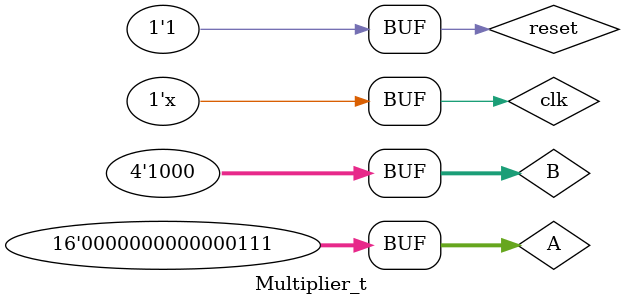
<source format=v>
`timescale 1ns / 1ps
module Multiplier_t;
    reg clk; 
    reg reset;
    reg [15:0]A;
    reg [3:0]B;
    wire [31:0]outProduct;

    Multiplier  UUT(
        .clk(clk),
        .reset(reset),
        .A(A),
        .B(B),
        .outProduct(outProduct)
    );

    always #1 clk = ~clk;
    initial begin
    clk = 1;
    reset = 1;
    A = 16'd6;
    B = 16'd5;
    # 2;
    A = 16'd6;
    B = 16'd5;
    # 100;
    A = 16'd7;
    B = 16'd8;
    # 100;
    end
endmodule
</source>
